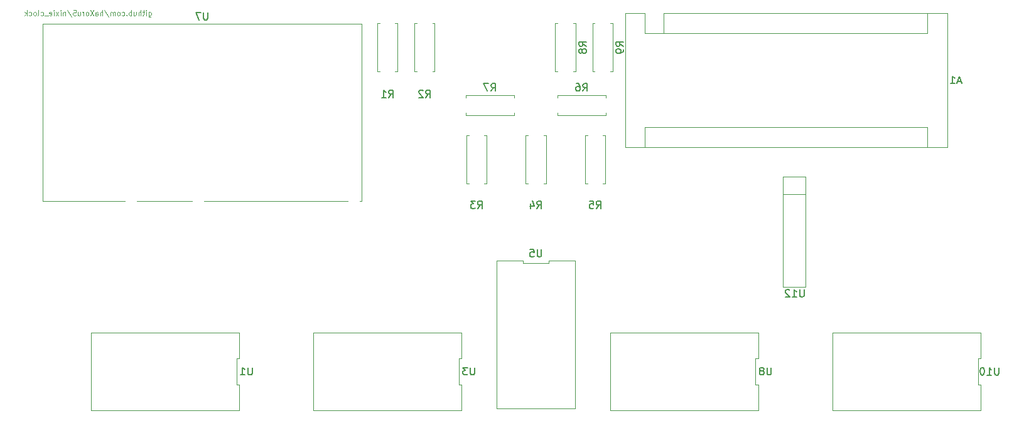
<source format=gbo>
G04 #@! TF.GenerationSoftware,KiCad,Pcbnew,(5.1.12)-1*
G04 #@! TF.CreationDate,2021-12-29T20:31:44-05:00*
G04 #@! TF.ProjectId,Nixie_Clock,4e697869-655f-4436-9c6f-636b2e6b6963,1.0*
G04 #@! TF.SameCoordinates,Original*
G04 #@! TF.FileFunction,Legend,Bot*
G04 #@! TF.FilePolarity,Positive*
%FSLAX46Y46*%
G04 Gerber Fmt 4.6, Leading zero omitted, Abs format (unit mm)*
G04 Created by KiCad (PCBNEW (5.1.12)-1) date 2021-12-29 20:31:44*
%MOMM*%
%LPD*%
G01*
G04 APERTURE LIST*
%ADD10C,0.100000*%
%ADD11C,0.120000*%
%ADD12C,0.150000*%
%ADD13O,1.200000X2.000000*%
%ADD14C,1.500000*%
%ADD15R,1.600000X1.600000*%
%ADD16O,1.600000X1.600000*%
%ADD17O,2.000000X1.200000*%
%ADD18C,1.600000*%
G04 APERTURE END LIST*
D10*
X-52217866Y28598000D02*
X-52217866Y28031333D01*
X-52184533Y27964666D01*
X-52151200Y27931333D01*
X-52084533Y27898000D01*
X-51984533Y27898000D01*
X-51917866Y27931333D01*
X-52217866Y28164666D02*
X-52151200Y28131333D01*
X-52017866Y28131333D01*
X-51951200Y28164666D01*
X-51917866Y28198000D01*
X-51884533Y28264666D01*
X-51884533Y28464666D01*
X-51917866Y28531333D01*
X-51951200Y28564666D01*
X-52017866Y28598000D01*
X-52151200Y28598000D01*
X-52217866Y28564666D01*
X-52551200Y28131333D02*
X-52551200Y28598000D01*
X-52551200Y28831333D02*
X-52517866Y28798000D01*
X-52551200Y28764666D01*
X-52584533Y28798000D01*
X-52551200Y28831333D01*
X-52551200Y28764666D01*
X-52784533Y28598000D02*
X-53051200Y28598000D01*
X-52884533Y28831333D02*
X-52884533Y28231333D01*
X-52917866Y28164666D01*
X-52984533Y28131333D01*
X-53051200Y28131333D01*
X-53284533Y28131333D02*
X-53284533Y28831333D01*
X-53584533Y28131333D02*
X-53584533Y28498000D01*
X-53551200Y28564666D01*
X-53484533Y28598000D01*
X-53384533Y28598000D01*
X-53317866Y28564666D01*
X-53284533Y28531333D01*
X-54217866Y28598000D02*
X-54217866Y28131333D01*
X-53917866Y28598000D02*
X-53917866Y28231333D01*
X-53951200Y28164666D01*
X-54017866Y28131333D01*
X-54117866Y28131333D01*
X-54184533Y28164666D01*
X-54217866Y28198000D01*
X-54551200Y28131333D02*
X-54551200Y28831333D01*
X-54551200Y28564666D02*
X-54617866Y28598000D01*
X-54751200Y28598000D01*
X-54817866Y28564666D01*
X-54851200Y28531333D01*
X-54884533Y28464666D01*
X-54884533Y28264666D01*
X-54851200Y28198000D01*
X-54817866Y28164666D01*
X-54751200Y28131333D01*
X-54617866Y28131333D01*
X-54551200Y28164666D01*
X-55184533Y28198000D02*
X-55217866Y28164666D01*
X-55184533Y28131333D01*
X-55151200Y28164666D01*
X-55184533Y28198000D01*
X-55184533Y28131333D01*
X-55817866Y28164666D02*
X-55751200Y28131333D01*
X-55617866Y28131333D01*
X-55551200Y28164666D01*
X-55517866Y28198000D01*
X-55484533Y28264666D01*
X-55484533Y28464666D01*
X-55517866Y28531333D01*
X-55551200Y28564666D01*
X-55617866Y28598000D01*
X-55751200Y28598000D01*
X-55817866Y28564666D01*
X-56217866Y28131333D02*
X-56151200Y28164666D01*
X-56117866Y28198000D01*
X-56084533Y28264666D01*
X-56084533Y28464666D01*
X-56117866Y28531333D01*
X-56151200Y28564666D01*
X-56217866Y28598000D01*
X-56317866Y28598000D01*
X-56384533Y28564666D01*
X-56417866Y28531333D01*
X-56451200Y28464666D01*
X-56451200Y28264666D01*
X-56417866Y28198000D01*
X-56384533Y28164666D01*
X-56317866Y28131333D01*
X-56217866Y28131333D01*
X-56751200Y28131333D02*
X-56751200Y28598000D01*
X-56751200Y28531333D02*
X-56784533Y28564666D01*
X-56851200Y28598000D01*
X-56951200Y28598000D01*
X-57017866Y28564666D01*
X-57051200Y28498000D01*
X-57051200Y28131333D01*
X-57051200Y28498000D02*
X-57084533Y28564666D01*
X-57151200Y28598000D01*
X-57251200Y28598000D01*
X-57317866Y28564666D01*
X-57351200Y28498000D01*
X-57351200Y28131333D01*
X-58184533Y28864666D02*
X-57584533Y27964666D01*
X-58417866Y28131333D02*
X-58417866Y28831333D01*
X-58717866Y28131333D02*
X-58717866Y28498000D01*
X-58684533Y28564666D01*
X-58617866Y28598000D01*
X-58517866Y28598000D01*
X-58451200Y28564666D01*
X-58417866Y28531333D01*
X-59351200Y28131333D02*
X-59351200Y28498000D01*
X-59317866Y28564666D01*
X-59251200Y28598000D01*
X-59117866Y28598000D01*
X-59051200Y28564666D01*
X-59351200Y28164666D02*
X-59284533Y28131333D01*
X-59117866Y28131333D01*
X-59051200Y28164666D01*
X-59017866Y28231333D01*
X-59017866Y28298000D01*
X-59051200Y28364666D01*
X-59117866Y28398000D01*
X-59284533Y28398000D01*
X-59351200Y28431333D01*
X-59617866Y28831333D02*
X-60084533Y28131333D01*
X-60084533Y28831333D02*
X-59617866Y28131333D01*
X-60451200Y28131333D02*
X-60384533Y28164666D01*
X-60351200Y28198000D01*
X-60317866Y28264666D01*
X-60317866Y28464666D01*
X-60351200Y28531333D01*
X-60384533Y28564666D01*
X-60451200Y28598000D01*
X-60551200Y28598000D01*
X-60617866Y28564666D01*
X-60651200Y28531333D01*
X-60684533Y28464666D01*
X-60684533Y28264666D01*
X-60651200Y28198000D01*
X-60617866Y28164666D01*
X-60551200Y28131333D01*
X-60451200Y28131333D01*
X-60984533Y28131333D02*
X-60984533Y28598000D01*
X-60984533Y28464666D02*
X-61017866Y28531333D01*
X-61051200Y28564666D01*
X-61117866Y28598000D01*
X-61184533Y28598000D01*
X-61717866Y28598000D02*
X-61717866Y28131333D01*
X-61417866Y28598000D02*
X-61417866Y28231333D01*
X-61451200Y28164666D01*
X-61517866Y28131333D01*
X-61617866Y28131333D01*
X-61684533Y28164666D01*
X-61717866Y28198000D01*
X-62384533Y28831333D02*
X-62051200Y28831333D01*
X-62017866Y28498000D01*
X-62051200Y28531333D01*
X-62117866Y28564666D01*
X-62284533Y28564666D01*
X-62351200Y28531333D01*
X-62384533Y28498000D01*
X-62417866Y28431333D01*
X-62417866Y28264666D01*
X-62384533Y28198000D01*
X-62351200Y28164666D01*
X-62284533Y28131333D01*
X-62117866Y28131333D01*
X-62051200Y28164666D01*
X-62017866Y28198000D01*
X-63217866Y28864666D02*
X-62617866Y27964666D01*
X-63451200Y28598000D02*
X-63451200Y28131333D01*
X-63451200Y28531333D02*
X-63484533Y28564666D01*
X-63551200Y28598000D01*
X-63651200Y28598000D01*
X-63717866Y28564666D01*
X-63751200Y28498000D01*
X-63751200Y28131333D01*
X-64084533Y28131333D02*
X-64084533Y28598000D01*
X-64084533Y28831333D02*
X-64051200Y28798000D01*
X-64084533Y28764666D01*
X-64117866Y28798000D01*
X-64084533Y28831333D01*
X-64084533Y28764666D01*
X-64351200Y28131333D02*
X-64717866Y28598000D01*
X-64351200Y28598000D02*
X-64717866Y28131333D01*
X-64984533Y28131333D02*
X-64984533Y28598000D01*
X-64984533Y28831333D02*
X-64951200Y28798000D01*
X-64984533Y28764666D01*
X-65017866Y28798000D01*
X-64984533Y28831333D01*
X-64984533Y28764666D01*
X-65584533Y28164666D02*
X-65517866Y28131333D01*
X-65384533Y28131333D01*
X-65317866Y28164666D01*
X-65284533Y28231333D01*
X-65284533Y28498000D01*
X-65317866Y28564666D01*
X-65384533Y28598000D01*
X-65517866Y28598000D01*
X-65584533Y28564666D01*
X-65617866Y28498000D01*
X-65617866Y28431333D01*
X-65284533Y28364666D01*
X-65751200Y28064666D02*
X-66284533Y28064666D01*
X-66751200Y28164666D02*
X-66684533Y28131333D01*
X-66551200Y28131333D01*
X-66484533Y28164666D01*
X-66451200Y28198000D01*
X-66417866Y28264666D01*
X-66417866Y28464666D01*
X-66451200Y28531333D01*
X-66484533Y28564666D01*
X-66551200Y28598000D01*
X-66684533Y28598000D01*
X-66751200Y28564666D01*
X-67151200Y28131333D02*
X-67084533Y28164666D01*
X-67051200Y28231333D01*
X-67051200Y28831333D01*
X-67517866Y28131333D02*
X-67451200Y28164666D01*
X-67417866Y28198000D01*
X-67384533Y28264666D01*
X-67384533Y28464666D01*
X-67417866Y28531333D01*
X-67451200Y28564666D01*
X-67517866Y28598000D01*
X-67617866Y28598000D01*
X-67684533Y28564666D01*
X-67717866Y28531333D01*
X-67751200Y28464666D01*
X-67751200Y28264666D01*
X-67717866Y28198000D01*
X-67684533Y28164666D01*
X-67617866Y28131333D01*
X-67517866Y28131333D01*
X-68351200Y28164666D02*
X-68284533Y28131333D01*
X-68151200Y28131333D01*
X-68084533Y28164666D01*
X-68051200Y28198000D01*
X-68017866Y28264666D01*
X-68017866Y28464666D01*
X-68051200Y28531333D01*
X-68084533Y28564666D01*
X-68151200Y28598000D01*
X-68284533Y28598000D01*
X-68351200Y28564666D01*
X-68651200Y28131333D02*
X-68651200Y28831333D01*
X-68717866Y28398000D02*
X-68917866Y28131333D01*
X-68917866Y28598000D02*
X-68651200Y28331333D01*
D11*
X29990000Y-25259999D02*
X10010000Y-25260000D01*
X10010000Y-25260000D02*
X10010000Y-14740001D01*
X10010000Y-14740001D02*
X29990000Y-14740000D01*
X29990000Y-14740000D02*
X29990000Y-18246667D01*
X29990000Y-18246667D02*
X29630000Y-18246667D01*
X29630000Y-18246667D02*
X29630000Y-21753333D01*
X29630000Y-21753333D02*
X29990000Y-21753333D01*
X29990000Y-21753333D02*
X29990000Y-25259999D01*
X59990000Y-25259999D02*
X40010000Y-25260000D01*
X40010000Y-25260000D02*
X40010000Y-14740001D01*
X40010000Y-14740001D02*
X59990000Y-14740000D01*
X59990000Y-14740000D02*
X59990000Y-18246667D01*
X59990000Y-18246667D02*
X59630000Y-18246667D01*
X59630000Y-18246667D02*
X59630000Y-21753333D01*
X59630000Y-21753333D02*
X59990000Y-21753333D01*
X59990000Y-21753333D02*
X59990000Y-25259999D01*
X17270000Y25730000D02*
X14730000Y25730000D01*
X14730000Y25730000D02*
X14730000Y28400000D01*
X17270000Y28400000D02*
X55500000Y28400000D01*
X12060000Y28400000D02*
X14730000Y28400000D01*
X14730000Y13030000D02*
X14730000Y10360000D01*
X14730000Y13030000D02*
X52830000Y13030000D01*
X52830000Y13030000D02*
X52830000Y10360000D01*
X17270000Y25730000D02*
X17270000Y28400000D01*
X17270000Y25730000D02*
X52830000Y25730000D01*
X52830000Y25730000D02*
X52830000Y28400000D01*
X55500000Y28400000D02*
X55500000Y10360000D01*
X55500000Y10360000D02*
X12060000Y10360000D01*
X12060000Y10360000D02*
X12060000Y28400000D01*
X-23500000Y27000000D02*
X-66500000Y27000000D01*
X-66500000Y27000000D02*
X-66500000Y3000000D01*
X-66500000Y3000000D02*
X-23500000Y3000000D01*
X-23500000Y3000000D02*
X-23500000Y27000000D01*
X-18960000Y20540000D02*
X-18630000Y20540000D01*
X-18630000Y20540000D02*
X-18630000Y27080000D01*
X-18630000Y27080000D02*
X-18960000Y27080000D01*
X-21040000Y20540000D02*
X-21370000Y20540000D01*
X-21370000Y20540000D02*
X-21370000Y27080000D01*
X-21370000Y27080000D02*
X-21040000Y27080000D01*
X-16370000Y27080000D02*
X-16040000Y27080000D01*
X-16370000Y20540000D02*
X-16370000Y27080000D01*
X-16040000Y20540000D02*
X-16370000Y20540000D01*
X-13630000Y27080000D02*
X-13960000Y27080000D01*
X-13630000Y20540000D02*
X-13630000Y27080000D01*
X-13960000Y20540000D02*
X-13630000Y20540000D01*
X-9040000Y11960000D02*
X-9370000Y11960000D01*
X-9370000Y11960000D02*
X-9370000Y5420000D01*
X-9370000Y5420000D02*
X-9040000Y5420000D01*
X-6960000Y11960000D02*
X-6630000Y11960000D01*
X-6630000Y11960000D02*
X-6630000Y5420000D01*
X-6630000Y5420000D02*
X-6960000Y5420000D01*
X-1040000Y11960000D02*
X-1370000Y11960000D01*
X-1370000Y11960000D02*
X-1370000Y5420000D01*
X-1370000Y5420000D02*
X-1040000Y5420000D01*
X1040000Y11960000D02*
X1370000Y11960000D01*
X1370000Y11960000D02*
X1370000Y5420000D01*
X1370000Y5420000D02*
X1040000Y5420000D01*
X9370000Y5420000D02*
X9040000Y5420000D01*
X9370000Y11960000D02*
X9370000Y5420000D01*
X9040000Y11960000D02*
X9370000Y11960000D01*
X6630000Y5420000D02*
X6960000Y5420000D01*
X6630000Y11960000D02*
X6630000Y5420000D01*
X6960000Y11960000D02*
X6630000Y11960000D01*
X2920000Y14630000D02*
X2920000Y14960000D01*
X9460000Y14630000D02*
X2920000Y14630000D01*
X9460000Y14960000D02*
X9460000Y14630000D01*
X2920000Y17370000D02*
X2920000Y17040000D01*
X9460000Y17370000D02*
X2920000Y17370000D01*
X9460000Y17040000D02*
X9460000Y17370000D01*
X-9460000Y14960000D02*
X-9460000Y14630000D01*
X-9460000Y14630000D02*
X-2920000Y14630000D01*
X-2920000Y14630000D02*
X-2920000Y14960000D01*
X-9460000Y17040000D02*
X-9460000Y17370000D01*
X-9460000Y17370000D02*
X-2920000Y17370000D01*
X-2920000Y17370000D02*
X-2920000Y17040000D01*
X5040000Y20540000D02*
X5370000Y20540000D01*
X5370000Y20540000D02*
X5370000Y27080000D01*
X5370000Y27080000D02*
X5040000Y27080000D01*
X2960000Y20540000D02*
X2630000Y20540000D01*
X2630000Y20540000D02*
X2630000Y27080000D01*
X2630000Y27080000D02*
X2960000Y27080000D01*
X7630000Y27080000D02*
X7960000Y27080000D01*
X7630000Y20540000D02*
X7630000Y27080000D01*
X7960000Y20540000D02*
X7630000Y20540000D01*
X10370000Y27080000D02*
X10040000Y27080000D01*
X10370000Y20540000D02*
X10370000Y27080000D01*
X10040000Y20540000D02*
X10370000Y20540000D01*
X-40010000Y-25259999D02*
X-59990000Y-25260000D01*
X-59990000Y-25260000D02*
X-59990000Y-14740001D01*
X-59990000Y-14740001D02*
X-40010000Y-14740000D01*
X-40010000Y-14740000D02*
X-40010000Y-18246667D01*
X-40010000Y-18246667D02*
X-40370000Y-18246667D01*
X-40370000Y-18246667D02*
X-40370000Y-21753333D01*
X-40370000Y-21753333D02*
X-40010000Y-21753333D01*
X-40010000Y-21753333D02*
X-40010000Y-25259999D01*
X-10010000Y-21753333D02*
X-10010000Y-25259999D01*
X-10370000Y-21753333D02*
X-10010000Y-21753333D01*
X-10370000Y-18246667D02*
X-10370000Y-21753333D01*
X-10010000Y-18246667D02*
X-10370000Y-18246667D01*
X-10010000Y-14740000D02*
X-10010000Y-18246667D01*
X-29990000Y-14740001D02*
X-10010000Y-14740000D01*
X-29990000Y-25260000D02*
X-29990000Y-14740001D01*
X-10010000Y-25259999D02*
X-29990000Y-25260000D01*
X1753333Y-5010000D02*
X5259999Y-5010000D01*
X1753333Y-5370000D02*
X1753333Y-5010000D01*
X-1753333Y-5370000D02*
X1753333Y-5370000D01*
X-1753333Y-5010000D02*
X-1753333Y-5370000D01*
X-5260000Y-5010000D02*
X-1753333Y-5010000D01*
X-5259999Y-24990000D02*
X-5260000Y-5010000D01*
X5260000Y-24990000D02*
X-5259999Y-24990000D01*
X5259999Y-5010000D02*
X5260000Y-24990000D01*
X33348800Y3937000D02*
X36348800Y3937000D01*
X36348800Y6307000D02*
X33348800Y6307000D01*
X36348800Y-8593000D02*
X36348800Y6307000D01*
X33348800Y-8593000D02*
X36348800Y-8593000D01*
X33348800Y6307000D02*
X33348800Y-8593000D01*
D12*
X31751904Y-19452380D02*
X31751904Y-20261904D01*
X31704285Y-20357142D01*
X31656666Y-20404761D01*
X31561428Y-20452380D01*
X31370952Y-20452380D01*
X31275714Y-20404761D01*
X31228095Y-20357142D01*
X31180476Y-20261904D01*
X31180476Y-19452380D01*
X30561428Y-19880952D02*
X30656666Y-19833333D01*
X30704285Y-19785714D01*
X30751904Y-19690476D01*
X30751904Y-19642857D01*
X30704285Y-19547619D01*
X30656666Y-19500000D01*
X30561428Y-19452380D01*
X30370952Y-19452380D01*
X30275714Y-19500000D01*
X30228095Y-19547619D01*
X30180476Y-19642857D01*
X30180476Y-19690476D01*
X30228095Y-19785714D01*
X30275714Y-19833333D01*
X30370952Y-19880952D01*
X30561428Y-19880952D01*
X30656666Y-19928571D01*
X30704285Y-19976190D01*
X30751904Y-20071428D01*
X30751904Y-20261904D01*
X30704285Y-20357142D01*
X30656666Y-20404761D01*
X30561428Y-20452380D01*
X30370952Y-20452380D01*
X30275714Y-20404761D01*
X30228095Y-20357142D01*
X30180476Y-20261904D01*
X30180476Y-20071428D01*
X30228095Y-19976190D01*
X30275714Y-19928571D01*
X30370952Y-19880952D01*
X62452095Y-19454880D02*
X62452095Y-20264404D01*
X62404476Y-20359642D01*
X62356857Y-20407261D01*
X62261619Y-20454880D01*
X62071142Y-20454880D01*
X61975904Y-20407261D01*
X61928285Y-20359642D01*
X61880666Y-20264404D01*
X61880666Y-19454880D01*
X60880666Y-20454880D02*
X61452095Y-20454880D01*
X61166380Y-20454880D02*
X61166380Y-19454880D01*
X61261619Y-19597738D01*
X61356857Y-19692976D01*
X61452095Y-19740595D01*
X60261619Y-19454880D02*
X60166380Y-19454880D01*
X60071142Y-19502500D01*
X60023523Y-19550119D01*
X59975904Y-19645357D01*
X59928285Y-19835833D01*
X59928285Y-20073928D01*
X59975904Y-20264404D01*
X60023523Y-20359642D01*
X60071142Y-20407261D01*
X60166380Y-20454880D01*
X60261619Y-20454880D01*
X60356857Y-20407261D01*
X60404476Y-20359642D01*
X60452095Y-20264404D01*
X60499714Y-20073928D01*
X60499714Y-19835833D01*
X60452095Y-19645357D01*
X60404476Y-19550119D01*
X60356857Y-19502500D01*
X60261619Y-19454880D01*
X57356285Y19213333D02*
X56880095Y19213333D01*
X57451523Y18927619D02*
X57118190Y19927619D01*
X56784857Y18927619D01*
X55927714Y18927619D02*
X56499142Y18927619D01*
X56213428Y18927619D02*
X56213428Y19927619D01*
X56308666Y19784761D01*
X56403904Y19689523D01*
X56499142Y19641904D01*
X-44238095Y28551119D02*
X-44238095Y27741595D01*
X-44285714Y27646357D01*
X-44333333Y27598738D01*
X-44428571Y27551119D01*
X-44619047Y27551119D01*
X-44714285Y27598738D01*
X-44761904Y27646357D01*
X-44809523Y27741595D01*
X-44809523Y28551119D01*
X-45190476Y28551119D02*
X-45857142Y28551119D01*
X-45428571Y27551119D01*
X-19833333Y17047619D02*
X-19500000Y17523809D01*
X-19261904Y17047619D02*
X-19261904Y18047619D01*
X-19642857Y18047619D01*
X-19738095Y18000000D01*
X-19785714Y17952380D01*
X-19833333Y17857142D01*
X-19833333Y17714285D01*
X-19785714Y17619047D01*
X-19738095Y17571428D01*
X-19642857Y17523809D01*
X-19261904Y17523809D01*
X-20785714Y17047619D02*
X-20214285Y17047619D01*
X-20500000Y17047619D02*
X-20500000Y18047619D01*
X-20404761Y17904761D01*
X-20309523Y17809523D01*
X-20214285Y17761904D01*
X-14833333Y17047619D02*
X-14500000Y17523809D01*
X-14261904Y17047619D02*
X-14261904Y18047619D01*
X-14642857Y18047619D01*
X-14738095Y18000000D01*
X-14785714Y17952380D01*
X-14833333Y17857142D01*
X-14833333Y17714285D01*
X-14785714Y17619047D01*
X-14738095Y17571428D01*
X-14642857Y17523809D01*
X-14261904Y17523809D01*
X-15214285Y17952380D02*
X-15261904Y18000000D01*
X-15357142Y18047619D01*
X-15595238Y18047619D01*
X-15690476Y18000000D01*
X-15738095Y17952380D01*
X-15785714Y17857142D01*
X-15785714Y17761904D01*
X-15738095Y17619047D01*
X-15166666Y17047619D01*
X-15785714Y17047619D01*
X-7833333Y2047619D02*
X-7500000Y2523809D01*
X-7261904Y2047619D02*
X-7261904Y3047619D01*
X-7642857Y3047619D01*
X-7738095Y3000000D01*
X-7785714Y2952380D01*
X-7833333Y2857142D01*
X-7833333Y2714285D01*
X-7785714Y2619047D01*
X-7738095Y2571428D01*
X-7642857Y2523809D01*
X-7261904Y2523809D01*
X-8166666Y3047619D02*
X-8785714Y3047619D01*
X-8452380Y2666666D01*
X-8595238Y2666666D01*
X-8690476Y2619047D01*
X-8738095Y2571428D01*
X-8785714Y2476190D01*
X-8785714Y2238095D01*
X-8738095Y2142857D01*
X-8690476Y2095238D01*
X-8595238Y2047619D01*
X-8309523Y2047619D01*
X-8214285Y2095238D01*
X-8166666Y2142857D01*
X166666Y2047619D02*
X500000Y2523809D01*
X738095Y2047619D02*
X738095Y3047619D01*
X357142Y3047619D01*
X261904Y3000000D01*
X214285Y2952380D01*
X166666Y2857142D01*
X166666Y2714285D01*
X214285Y2619047D01*
X261904Y2571428D01*
X357142Y2523809D01*
X738095Y2523809D01*
X-690476Y2714285D02*
X-690476Y2047619D01*
X-452380Y3095238D02*
X-214285Y2380952D01*
X-833333Y2380952D01*
X8166666Y2047619D02*
X8500000Y2523809D01*
X8738095Y2047619D02*
X8738095Y3047619D01*
X8357142Y3047619D01*
X8261904Y3000000D01*
X8214285Y2952380D01*
X8166666Y2857142D01*
X8166666Y2714285D01*
X8214285Y2619047D01*
X8261904Y2571428D01*
X8357142Y2523809D01*
X8738095Y2523809D01*
X7261904Y3047619D02*
X7738095Y3047619D01*
X7785714Y2571428D01*
X7738095Y2619047D01*
X7642857Y2666666D01*
X7404761Y2666666D01*
X7309523Y2619047D01*
X7261904Y2571428D01*
X7214285Y2476190D01*
X7214285Y2238095D01*
X7261904Y2142857D01*
X7309523Y2095238D01*
X7404761Y2047619D01*
X7642857Y2047619D01*
X7738095Y2095238D01*
X7785714Y2142857D01*
X6356666Y17917619D02*
X6690000Y18393809D01*
X6928095Y17917619D02*
X6928095Y18917619D01*
X6547142Y18917619D01*
X6451904Y18870000D01*
X6404285Y18822380D01*
X6356666Y18727142D01*
X6356666Y18584285D01*
X6404285Y18489047D01*
X6451904Y18441428D01*
X6547142Y18393809D01*
X6928095Y18393809D01*
X5499523Y18917619D02*
X5690000Y18917619D01*
X5785238Y18870000D01*
X5832857Y18822380D01*
X5928095Y18679523D01*
X5975714Y18489047D01*
X5975714Y18108095D01*
X5928095Y18012857D01*
X5880476Y17965238D01*
X5785238Y17917619D01*
X5594761Y17917619D01*
X5499523Y17965238D01*
X5451904Y18012857D01*
X5404285Y18108095D01*
X5404285Y18346190D01*
X5451904Y18441428D01*
X5499523Y18489047D01*
X5594761Y18536666D01*
X5785238Y18536666D01*
X5880476Y18489047D01*
X5928095Y18441428D01*
X5975714Y18346190D01*
X-6023333Y17917619D02*
X-5690000Y18393809D01*
X-5451904Y17917619D02*
X-5451904Y18917619D01*
X-5832857Y18917619D01*
X-5928095Y18870000D01*
X-5975714Y18822380D01*
X-6023333Y18727142D01*
X-6023333Y18584285D01*
X-5975714Y18489047D01*
X-5928095Y18441428D01*
X-5832857Y18393809D01*
X-5451904Y18393809D01*
X-6356666Y18917619D02*
X-7023333Y18917619D01*
X-6594761Y17917619D01*
X6822380Y23976666D02*
X6346190Y24310000D01*
X6822380Y24548095D02*
X5822380Y24548095D01*
X5822380Y24167142D01*
X5870000Y24071904D01*
X5917619Y24024285D01*
X6012857Y23976666D01*
X6155714Y23976666D01*
X6250952Y24024285D01*
X6298571Y24071904D01*
X6346190Y24167142D01*
X6346190Y24548095D01*
X6250952Y23405238D02*
X6203333Y23500476D01*
X6155714Y23548095D01*
X6060476Y23595714D01*
X6012857Y23595714D01*
X5917619Y23548095D01*
X5870000Y23500476D01*
X5822380Y23405238D01*
X5822380Y23214761D01*
X5870000Y23119523D01*
X5917619Y23071904D01*
X6012857Y23024285D01*
X6060476Y23024285D01*
X6155714Y23071904D01*
X6203333Y23119523D01*
X6250952Y23214761D01*
X6250952Y23405238D01*
X6298571Y23500476D01*
X6346190Y23548095D01*
X6441428Y23595714D01*
X6631904Y23595714D01*
X6727142Y23548095D01*
X6774761Y23500476D01*
X6822380Y23405238D01*
X6822380Y23214761D01*
X6774761Y23119523D01*
X6727142Y23071904D01*
X6631904Y23024285D01*
X6441428Y23024285D01*
X6346190Y23071904D01*
X6298571Y23119523D01*
X6250952Y23214761D01*
X11822380Y23976666D02*
X11346190Y24310000D01*
X11822380Y24548095D02*
X10822380Y24548095D01*
X10822380Y24167142D01*
X10870000Y24071904D01*
X10917619Y24024285D01*
X11012857Y23976666D01*
X11155714Y23976666D01*
X11250952Y24024285D01*
X11298571Y24071904D01*
X11346190Y24167142D01*
X11346190Y24548095D01*
X11822380Y23500476D02*
X11822380Y23310000D01*
X11774761Y23214761D01*
X11727142Y23167142D01*
X11584285Y23071904D01*
X11393809Y23024285D01*
X11012857Y23024285D01*
X10917619Y23071904D01*
X10870000Y23119523D01*
X10822380Y23214761D01*
X10822380Y23405238D01*
X10870000Y23500476D01*
X10917619Y23548095D01*
X11012857Y23595714D01*
X11250952Y23595714D01*
X11346190Y23548095D01*
X11393809Y23500476D01*
X11441428Y23405238D01*
X11441428Y23214761D01*
X11393809Y23119523D01*
X11346190Y23071904D01*
X11250952Y23024285D01*
X-38248095Y-19452380D02*
X-38248095Y-20261904D01*
X-38295714Y-20357142D01*
X-38343333Y-20404761D01*
X-38438571Y-20452380D01*
X-38629047Y-20452380D01*
X-38724285Y-20404761D01*
X-38771904Y-20357142D01*
X-38819523Y-20261904D01*
X-38819523Y-19452380D01*
X-39819523Y-20452380D02*
X-39248095Y-20452380D01*
X-39533809Y-20452380D02*
X-39533809Y-19452380D01*
X-39438571Y-19595238D01*
X-39343333Y-19690476D01*
X-39248095Y-19738095D01*
X-8248095Y-19452380D02*
X-8248095Y-20261904D01*
X-8295714Y-20357142D01*
X-8343333Y-20404761D01*
X-8438571Y-20452380D01*
X-8629047Y-20452380D01*
X-8724285Y-20404761D01*
X-8771904Y-20357142D01*
X-8819523Y-20261904D01*
X-8819523Y-19452380D01*
X-9200476Y-19452380D02*
X-9819523Y-19452380D01*
X-9486190Y-19833333D01*
X-9629047Y-19833333D01*
X-9724285Y-19880952D01*
X-9771904Y-19928571D01*
X-9819523Y-20023809D01*
X-9819523Y-20261904D01*
X-9771904Y-20357142D01*
X-9724285Y-20404761D01*
X-9629047Y-20452380D01*
X-9343333Y-20452380D01*
X-9248095Y-20404761D01*
X-9200476Y-20357142D01*
X761904Y-3462380D02*
X761904Y-4271904D01*
X714285Y-4367142D01*
X666666Y-4414761D01*
X571428Y-4462380D01*
X380952Y-4462380D01*
X285714Y-4414761D01*
X238095Y-4367142D01*
X190476Y-4271904D01*
X190476Y-3462380D01*
X-761904Y-3462380D02*
X-285714Y-3462380D01*
X-238095Y-3938571D01*
X-285714Y-3890952D01*
X-380952Y-3843333D01*
X-619047Y-3843333D01*
X-714285Y-3890952D01*
X-761904Y-3938571D01*
X-809523Y-4033809D01*
X-809523Y-4271904D01*
X-761904Y-4367142D01*
X-714285Y-4414761D01*
X-619047Y-4462380D01*
X-380952Y-4462380D01*
X-285714Y-4414761D01*
X-238095Y-4367142D01*
X36163095Y-8913880D02*
X36163095Y-9723404D01*
X36115476Y-9818642D01*
X36067857Y-9866261D01*
X35972619Y-9913880D01*
X35782142Y-9913880D01*
X35686904Y-9866261D01*
X35639285Y-9818642D01*
X35591666Y-9723404D01*
X35591666Y-8913880D01*
X34591666Y-9913880D02*
X35163095Y-9913880D01*
X34877380Y-9913880D02*
X34877380Y-8913880D01*
X34972619Y-9056738D01*
X35067857Y-9151976D01*
X35163095Y-9199595D01*
X34210714Y-9009119D02*
X34163095Y-8961500D01*
X34067857Y-8913880D01*
X33829761Y-8913880D01*
X33734523Y-8961500D01*
X33686904Y-9009119D01*
X33639285Y-9104357D01*
X33639285Y-9199595D01*
X33686904Y-9342452D01*
X34258333Y-9913880D01*
X33639285Y-9913880D01*
%LPC*%
D13*
X28890000Y-16240000D03*
X28890000Y-23760000D03*
X26350000Y-16240000D03*
X26350000Y-23760000D03*
X23810000Y-16240000D03*
X23810000Y-23760000D03*
X21270000Y-16240000D03*
X21270000Y-23760000D03*
X18730000Y-16240000D03*
X18730000Y-23760000D03*
X16190000Y-16240000D03*
X16190000Y-23760000D03*
X13650000Y-16240000D03*
X13650000Y-23760000D03*
X11110000Y-16240000D03*
X11110000Y-23760000D03*
D14*
X50000000Y5500000D03*
X52555977Y4870008D03*
X54526411Y3124356D03*
X55459899Y662952D03*
X55142589Y-1950327D03*
X53647175Y-4116809D03*
X51316236Y-5340180D03*
X48683764Y-5340180D03*
X46352825Y-4116809D03*
X44857411Y-1950327D03*
X44540101Y662952D03*
X45473887Y3124356D03*
X47444023Y4870008D03*
D13*
X58890000Y-16240000D03*
X58890000Y-23760000D03*
X56350000Y-16240000D03*
X56350000Y-23760000D03*
X53810000Y-16240000D03*
X53810000Y-23760000D03*
X51270000Y-16240000D03*
X51270000Y-23760000D03*
X48730000Y-16240000D03*
X48730000Y-23760000D03*
X46190000Y-16240000D03*
X46190000Y-23760000D03*
X43650000Y-16240000D03*
X43650000Y-23760000D03*
X41110000Y-16240000D03*
X41110000Y-23760000D03*
D15*
X16000000Y27000000D03*
D16*
X49020000Y11760000D03*
X18540000Y27000000D03*
X46480000Y11760000D03*
X21080000Y27000000D03*
X43940000Y11760000D03*
X23620000Y27000000D03*
X41400000Y11760000D03*
X26160000Y27000000D03*
X38860000Y11760000D03*
X28700000Y27000000D03*
X36320000Y11760000D03*
X31240000Y27000000D03*
X33780000Y11760000D03*
X33780000Y27000000D03*
X31240000Y11760000D03*
X36320000Y27000000D03*
X28700000Y11760000D03*
X38860000Y27000000D03*
X26160000Y11760000D03*
X41400000Y27000000D03*
X23620000Y11760000D03*
X43940000Y27000000D03*
X21080000Y11760000D03*
X46480000Y27000000D03*
X18540000Y11760000D03*
X49020000Y27000000D03*
X16000000Y11760000D03*
X51560000Y27000000D03*
X51560000Y11760000D03*
D17*
X-64500000Y12460000D03*
X-64500000Y15000000D03*
X-64500000Y17540000D03*
D13*
X-28040000Y24500000D03*
X-25500000Y24500000D03*
D14*
X-52555977Y4870008D03*
X-54526113Y3124356D03*
X-55459899Y662952D03*
X-55142589Y-1950327D03*
X-53647175Y-4116809D03*
X-51316236Y-5340180D03*
X-48683764Y-5340180D03*
X-46352825Y-4116809D03*
X-44857411Y-1950327D03*
X-44540101Y662952D03*
X-45473589Y3124356D03*
X-47444023Y4870008D03*
X-50000000Y5500000D03*
D18*
X-20000000Y20000000D03*
D16*
X-20000000Y27620000D03*
X-15000000Y27620000D03*
D18*
X-15000000Y20000000D03*
X-8000000Y12500000D03*
D16*
X-8000000Y4880000D03*
D18*
X0Y12500000D03*
D16*
X0Y4880000D03*
X8000000Y4880000D03*
D18*
X8000000Y12500000D03*
D16*
X2380000Y16000000D03*
D18*
X10000000Y16000000D03*
X-10000000Y16000000D03*
D16*
X-2380000Y16000000D03*
D18*
X4000000Y20000000D03*
D16*
X4000000Y27620000D03*
X9000000Y27620000D03*
D18*
X9000000Y20000000D03*
D13*
X-41110000Y-16240000D03*
X-41110000Y-23760000D03*
X-43650000Y-16240000D03*
X-43650000Y-23760000D03*
X-46190000Y-16240000D03*
X-46190000Y-23760000D03*
X-48730000Y-16240000D03*
X-48730000Y-23760000D03*
X-51270000Y-16240000D03*
X-51270000Y-23760000D03*
X-53810000Y-16240000D03*
X-53810000Y-23760000D03*
X-56350000Y-16240000D03*
X-56350000Y-23760000D03*
X-58890000Y-16240000D03*
X-58890000Y-23760000D03*
X-28890000Y-23760000D03*
X-28890000Y-16240000D03*
X-26350000Y-23760000D03*
X-26350000Y-16240000D03*
X-23810000Y-23760000D03*
X-23810000Y-16240000D03*
X-21270000Y-23760000D03*
X-21270000Y-16240000D03*
X-18730000Y-23760000D03*
X-18730000Y-16240000D03*
X-16190000Y-23760000D03*
X-16190000Y-16240000D03*
X-13650000Y-23760000D03*
X-13650000Y-16240000D03*
X-11110000Y-23760000D03*
X-11110000Y-16240000D03*
D14*
X-20000000Y5500000D03*
X-17444023Y4870008D03*
X-15473589Y3124356D03*
X-14540101Y662952D03*
X-14857411Y-1950327D03*
X-16352825Y-4116809D03*
X-18683764Y-5340180D03*
X-21316236Y-5340180D03*
X-23647175Y-4116809D03*
X-25142589Y-1950327D03*
X-25459899Y662952D03*
X-24526113Y3124356D03*
X-22555977Y4870008D03*
D17*
X3760000Y-23890000D03*
X-3760000Y-23890000D03*
X3760000Y-21350000D03*
X-3760000Y-21350000D03*
X3760000Y-18810000D03*
X-3760000Y-18810000D03*
X3760000Y-16270000D03*
X-3760000Y-16270000D03*
X3760000Y-13730000D03*
X-3760000Y-13730000D03*
X3760000Y-11190000D03*
X-3760000Y-11190000D03*
X3760000Y-8650000D03*
X-3760000Y-8650000D03*
X3760000Y-6110000D03*
X-3760000Y-6110000D03*
D14*
X-1270000Y0D03*
X1270000Y0D03*
X17444023Y4870008D03*
X15473887Y3124356D03*
X14540101Y662952D03*
X14857411Y-1950327D03*
X16352825Y-4116809D03*
X18683764Y-5340180D03*
X21316236Y-5340180D03*
X23647175Y-4116809D03*
X25142589Y-1950327D03*
X25459899Y662952D03*
X24526411Y3124356D03*
X22555977Y4870008D03*
X20000000Y5500000D03*
D17*
X34848800Y5207000D03*
X34848800Y2667000D03*
X34848800Y127000D03*
X34848800Y-2413000D03*
X34848800Y-4953000D03*
X34848800Y-7493000D03*
M02*

</source>
